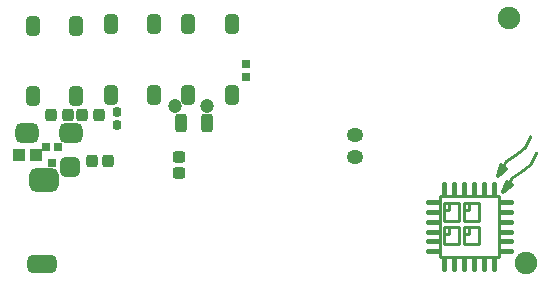
<source format=gbs>
G04 Layer_Color=16711935*
%FSLAX25Y25*%
%MOIN*%
G70*
G01*
G75*
%ADD49C,0.00984*%
%ADD51C,0.01181*%
%ADD52C,0.01575*%
%ADD72C,0.01000*%
G04:AMPARAMS|DCode=76|XSize=43.31mil|YSize=39.37mil|CornerRadius=11.81mil|HoleSize=0mil|Usage=FLASHONLY|Rotation=180.000|XOffset=0mil|YOffset=0mil|HoleType=Round|Shape=RoundedRectangle|*
%AMROUNDEDRECTD76*
21,1,0.04331,0.01575,0,0,180.0*
21,1,0.01969,0.03937,0,0,180.0*
1,1,0.02362,-0.00984,0.00787*
1,1,0.02362,0.00984,0.00787*
1,1,0.02362,0.00984,-0.00787*
1,1,0.02362,-0.00984,-0.00787*
%
%ADD76ROUNDEDRECTD76*%
G04:AMPARAMS|DCode=77|XSize=27.56mil|YSize=31.5mil|CornerRadius=8.86mil|HoleSize=0mil|Usage=FLASHONLY|Rotation=180.000|XOffset=0mil|YOffset=0mil|HoleType=Round|Shape=RoundedRectangle|*
%AMROUNDEDRECTD77*
21,1,0.02756,0.01378,0,0,180.0*
21,1,0.00984,0.03150,0,0,180.0*
1,1,0.01772,-0.00492,0.00689*
1,1,0.01772,0.00492,0.00689*
1,1,0.01772,0.00492,-0.00689*
1,1,0.01772,-0.00492,-0.00689*
%
%ADD77ROUNDEDRECTD77*%
G04:AMPARAMS|DCode=80|XSize=43.31mil|YSize=39.37mil|CornerRadius=11.81mil|HoleSize=0mil|Usage=FLASHONLY|Rotation=90.000|XOffset=0mil|YOffset=0mil|HoleType=Round|Shape=RoundedRectangle|*
%AMROUNDEDRECTD80*
21,1,0.04331,0.01575,0,0,90.0*
21,1,0.01969,0.03937,0,0,90.0*
1,1,0.02362,0.00787,0.00984*
1,1,0.02362,0.00787,-0.00984*
1,1,0.02362,-0.00787,-0.00984*
1,1,0.02362,-0.00787,0.00984*
%
%ADD80ROUNDEDRECTD80*%
%ADD83R,0.03937X0.04331*%
%ADD112R,0.02756X0.03150*%
G04:AMPARAMS|DCode=114|XSize=98.43mil|YSize=78.74mil|CornerRadius=21.65mil|HoleSize=0mil|Usage=FLASHONLY|Rotation=180.000|XOffset=0mil|YOffset=0mil|HoleType=Round|Shape=RoundedRectangle|*
%AMROUNDEDRECTD114*
21,1,0.09843,0.03543,0,0,180.0*
21,1,0.05512,0.07874,0,0,180.0*
1,1,0.04331,-0.02756,0.01772*
1,1,0.04331,0.02756,0.01772*
1,1,0.04331,0.02756,-0.01772*
1,1,0.04331,-0.02756,-0.01772*
%
%ADD114ROUNDEDRECTD114*%
G04:AMPARAMS|DCode=115|XSize=98.43mil|YSize=59.06mil|CornerRadius=16.73mil|HoleSize=0mil|Usage=FLASHONLY|Rotation=180.000|XOffset=0mil|YOffset=0mil|HoleType=Round|Shape=RoundedRectangle|*
%AMROUNDEDRECTD115*
21,1,0.09843,0.02559,0,0,180.0*
21,1,0.06496,0.05906,0,0,180.0*
1,1,0.03346,-0.03248,0.01280*
1,1,0.03346,0.03248,0.01280*
1,1,0.03346,0.03248,-0.01280*
1,1,0.03346,-0.03248,-0.01280*
%
%ADD115ROUNDEDRECTD115*%
%ADD116C,0.04724*%
G04:AMPARAMS|DCode=117|XSize=66.93mil|YSize=66.93mil|CornerRadius=18.7mil|HoleSize=0mil|Usage=FLASHONLY|Rotation=90.000|XOffset=0mil|YOffset=0mil|HoleType=Round|Shape=RoundedRectangle|*
%AMROUNDEDRECTD117*
21,1,0.06693,0.02953,0,0,90.0*
21,1,0.02953,0.06693,0,0,90.0*
1,1,0.03740,0.01476,0.01476*
1,1,0.03740,0.01476,-0.01476*
1,1,0.03740,-0.01476,-0.01476*
1,1,0.03740,-0.01476,0.01476*
%
%ADD117ROUNDEDRECTD117*%
%ADD118C,0.07480*%
%ADD119O,0.05512X0.04724*%
G04:AMPARAMS|DCode=120|XSize=66.93mil|YSize=47.24mil|CornerRadius=13.78mil|HoleSize=0mil|Usage=FLASHONLY|Rotation=270.000|XOffset=0mil|YOffset=0mil|HoleType=Round|Shape=RoundedRectangle|*
%AMROUNDEDRECTD120*
21,1,0.06693,0.01969,0,0,270.0*
21,1,0.03937,0.04724,0,0,270.0*
1,1,0.02756,-0.00984,-0.01969*
1,1,0.02756,-0.00984,0.01969*
1,1,0.02756,0.00984,0.01969*
1,1,0.02756,0.00984,-0.01969*
%
%ADD120ROUNDEDRECTD120*%
G04:AMPARAMS|DCode=121|XSize=66.93mil|YSize=76.77mil|CornerRadius=18.7mil|HoleSize=0mil|Usage=FLASHONLY|Rotation=270.000|XOffset=0mil|YOffset=0mil|HoleType=Round|Shape=RoundedRectangle|*
%AMROUNDEDRECTD121*
21,1,0.06693,0.03937,0,0,270.0*
21,1,0.02953,0.07677,0,0,270.0*
1,1,0.03740,-0.01969,-0.01476*
1,1,0.03740,-0.01969,0.01476*
1,1,0.03740,0.01969,0.01476*
1,1,0.03740,0.01969,-0.01476*
%
%ADD121ROUNDEDRECTD121*%
G04:AMPARAMS|DCode=122|XSize=39.37mil|YSize=62.99mil|CornerRadius=11.81mil|HoleSize=0mil|Usage=FLASHONLY|Rotation=180.000|XOffset=0mil|YOffset=0mil|HoleType=Round|Shape=RoundedRectangle|*
%AMROUNDEDRECTD122*
21,1,0.03937,0.03937,0,0,180.0*
21,1,0.01575,0.06299,0,0,180.0*
1,1,0.02362,-0.00787,0.01969*
1,1,0.02362,0.00787,0.01969*
1,1,0.02362,0.00787,-0.01969*
1,1,0.02362,-0.00787,-0.01969*
%
%ADD122ROUNDEDRECTD122*%
D49*
X144250Y-66000D02*
X148974D01*
Y-71905D02*
Y-66000D01*
X144250Y-71905D02*
X148974D01*
X144250D02*
Y-66000D01*
Y-68362D02*
X145825D01*
Y-66000D01*
X152518Y-68362D02*
Y-66000D01*
X150943Y-68362D02*
X152518D01*
X150943Y-71905D02*
Y-66000D01*
Y-71905D02*
X155667D01*
Y-66000D01*
X150943D02*
X155667D01*
X145825Y-76236D02*
Y-73874D01*
X144250Y-76236D02*
X145825D01*
X144250Y-79779D02*
Y-73874D01*
Y-79779D02*
X148974D01*
Y-73874D01*
X144250D02*
X148974D01*
X152518Y-76236D02*
Y-73874D01*
X150943Y-76236D02*
X152518D01*
X150943Y-79779D02*
Y-73874D01*
Y-79779D02*
X155667D01*
Y-73874D01*
X150943D02*
X155667D01*
X142675Y-63638D02*
X162360D01*
Y-84110D02*
Y-63638D01*
X142675Y-84110D02*
X162360D01*
X142675D02*
Y-63638D01*
D51*
X163935Y-62457D02*
X165510Y-60094D01*
X163935Y-62457D02*
X165116Y-58913D01*
X166691Y-60094D01*
X163935Y-62457D02*
X166691Y-60094D01*
X161967Y-56945D02*
X163541Y-54583D01*
X161967Y-56945D02*
X163148Y-53402D01*
X164722Y-54583D01*
X161967Y-56945D02*
X164722Y-54583D01*
D52*
X144250Y-63244D02*
Y-59701D01*
X147557Y-63244D02*
Y-59701D01*
X150864Y-63244D02*
Y-59701D01*
X154171Y-63244D02*
Y-59701D01*
X157478Y-63244D02*
Y-59701D01*
X160785Y-63244D02*
Y-59701D01*
X138738Y-65606D02*
X142281D01*
X138738Y-68913D02*
X142281D01*
X138738Y-72220D02*
X142281D01*
X138738Y-75528D02*
X142281D01*
X138738Y-78835D02*
X142281D01*
X138738Y-82142D02*
X142281D01*
X162754Y-65606D02*
X166297D01*
X162754Y-68913D02*
X166297D01*
X162754Y-72220D02*
X166297D01*
X162754Y-75528D02*
X166297D01*
X162754Y-78835D02*
X166297D01*
X162754Y-82142D02*
X166297D01*
X144250Y-88047D02*
Y-84504D01*
X147557Y-88047D02*
Y-84504D01*
X150864Y-88047D02*
Y-84504D01*
X154171Y-88047D02*
Y-84504D01*
X157478Y-88047D02*
Y-84504D01*
X160785Y-88047D02*
Y-84504D01*
D72*
X169838Y-55757D02*
G03*
X165116Y-60882I2627J-7159D01*
G01*
X169838Y-55757D02*
G03*
X174994Y-49454I-3841J8402D01*
G01*
X167870Y-50246D02*
G03*
X163148Y-55370I2627J-7159D01*
G01*
X167870Y-50246D02*
G03*
X173026Y-43943I-3841J8402D01*
G01*
D76*
X55800Y-50600D02*
D03*
Y-56112D02*
D03*
D77*
X35138Y-40039D02*
D03*
Y-35748D02*
D03*
D80*
X13213Y-36753D02*
D03*
X18724D02*
D03*
X26673Y-52067D02*
D03*
X32185D02*
D03*
X23524Y-36811D02*
D03*
X29035D02*
D03*
D83*
X7972Y-50000D02*
D03*
X2461D02*
D03*
D112*
X78250Y-24037D02*
D03*
Y-19746D02*
D03*
X11417Y-47441D02*
D03*
X15354D02*
D03*
X13386Y-52559D02*
D03*
D114*
X10638Y-58358D02*
D03*
D115*
X10039Y-86319D02*
D03*
D116*
X54500Y-33750D02*
D03*
X65000D02*
D03*
D117*
X19488Y-53937D02*
D03*
D118*
X165750Y-4250D02*
D03*
X171500Y-85888D02*
D03*
D119*
X114500Y-43500D02*
D03*
X114567Y-50689D02*
D03*
D120*
X33022Y-6496D02*
D03*
Y-30118D02*
D03*
X47589D02*
D03*
Y-6496D02*
D03*
X58858D02*
D03*
Y-30118D02*
D03*
X73425D02*
D03*
Y-6496D02*
D03*
X21567Y-30500D02*
D03*
Y-6878D02*
D03*
X7000D02*
D03*
Y-30500D02*
D03*
D121*
X5020Y-42520D02*
D03*
X19783D02*
D03*
D122*
X56339Y-39250D02*
D03*
X65000D02*
D03*
M02*

</source>
